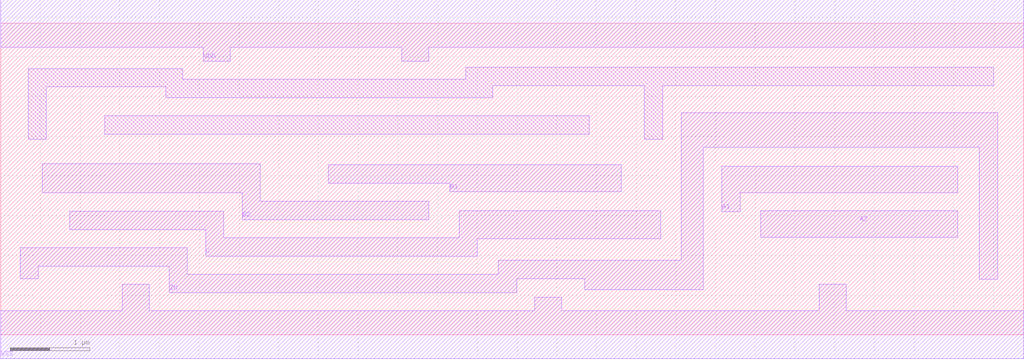
<source format=lef>
# Copyright 2022 GlobalFoundries PDK Authors
#
# Licensed under the Apache License, Version 2.0 (the "License");
# you may not use this file except in compliance with the License.
# You may obtain a copy of the License at
#
#      http://www.apache.org/licenses/LICENSE-2.0
#
# Unless required by applicable law or agreed to in writing, software
# distributed under the License is distributed on an "AS IS" BASIS,
# WITHOUT WARRANTIES OR CONDITIONS OF ANY KIND, either express or implied.
# See the License for the specific language governing permissions and
# limitations under the License.

MACRO gf180mcu_fd_sc_mcu7t5v0__aoi221_2
  CLASS core ;
  FOREIGN gf180mcu_fd_sc_mcu7t5v0__aoi221_2 0.0 0.0 ;
  ORIGIN 0 0 ;
  SYMMETRY X Y ;
  SITE GF018hv5v_mcu_sc7 ;
  SIZE 12.88 BY 3.92 ;
  PIN A1
    DIRECTION INPUT ;
    ANTENNAGATEAREA 1.978 ;
    PORT
      LAYER METAL1 ;
        POLYGON 9.08 1.55 9.31 1.55 9.31 1.79 12.05 1.79 12.05 2.12 9.08 2.12  ;
    END
  END A1
  PIN A2
    DIRECTION INPUT ;
    ANTENNAGATEAREA 1.978 ;
    PORT
      LAYER METAL1 ;
        POLYGON 9.57 1.225 12.05 1.225 12.05 1.56 9.57 1.56  ;
    END
  END A2
  PIN B1
    DIRECTION INPUT ;
    ANTENNAGATEAREA 1.978 ;
    PORT
      LAYER METAL1 ;
        POLYGON 4.125 1.91 5.65 1.91 5.65 1.8 7.815 1.8 7.815 2.14 4.125 2.14  ;
    END
  END B1
  PIN B2
    DIRECTION INPUT ;
    ANTENNAGATEAREA 1.978 ;
    PORT
      LAYER METAL1 ;
        POLYGON 0.525 1.785 3.04 1.785 3.04 1.45 5.39 1.45 5.39 1.68 3.27 1.68 3.27 2.15 0.525 2.15  ;
    END
  END B2
  PIN C
    DIRECTION INPUT ;
    ANTENNAGATEAREA 1.708 ;
    PORT
      LAYER METAL1 ;
        POLYGON 0.87 1.325 2.58 1.325 2.58 0.99 6 0.99 6 1.21 8.31 1.21 8.31 1.56 5.77 1.56 5.77 1.22 2.81 1.22 2.81 1.555 0.87 1.555  ;
    END
  END C
  PIN ZN
    DIRECTION OUTPUT ;
    ANTENNADIFFAREA 2.496525 ;
    PORT
      LAYER METAL1 ;
        POLYGON 0.245 0.705 0.475 0.705 0.475 0.865 2.12 0.865 2.12 0.53 6.495 0.53 6.495 0.705 7.35 0.705 7.35 0.565 8.845 0.565 8.845 2.36 12.32 2.36 12.32 0.7 12.55 0.7 12.55 2.795 8.565 2.795 8.565 0.935 6.265 0.935 6.265 0.76 2.35 0.76 2.35 1.095 0.245 1.095  ;
    END
  END ZN
  PIN VDD
    DIRECTION INOUT ;
    USE power ;
    SHAPE ABUTMENT ;
    PORT
      LAYER METAL1 ;
        POLYGON 0 3.62 2.55 3.62 2.55 3.445 2.89 3.445 2.89 3.62 5.05 3.62 5.05 3.445 5.39 3.445 5.39 3.62 12.505 3.62 12.88 3.62 12.88 4.22 12.505 4.22 0 4.22  ;
    END
  END VDD
  PIN VSS
    DIRECTION INOUT ;
    USE ground ;
    SHAPE ABUTMENT ;
    PORT
      LAYER METAL1 ;
        POLYGON 0 -0.3 12.88 -0.3 12.88 0.3 10.645 0.3 10.645 0.635 10.305 0.635 10.305 0.3 7.065 0.3 7.065 0.475 6.725 0.475 6.725 0.3 1.87 0.3 1.87 0.635 1.53 0.635 1.53 0.3 0 0.3  ;
    END
  END VSS
  OBS
      LAYER METAL1 ;
        POLYGON 1.31 2.525 7.41 2.525 7.41 2.755 1.31 2.755  ;
        POLYGON 0.345 2.46 0.575 2.46 0.575 3.12 2.075 3.12 2.075 2.985 6.195 2.985 6.195 3.135 8.105 3.135 8.105 2.46 8.335 2.46 8.335 3.135 12.505 3.135 12.505 3.365 5.855 3.365 5.855 3.215 2.29 3.215 2.29 3.35 0.345 3.35  ;
  END
END gf180mcu_fd_sc_mcu7t5v0__aoi221_2

</source>
